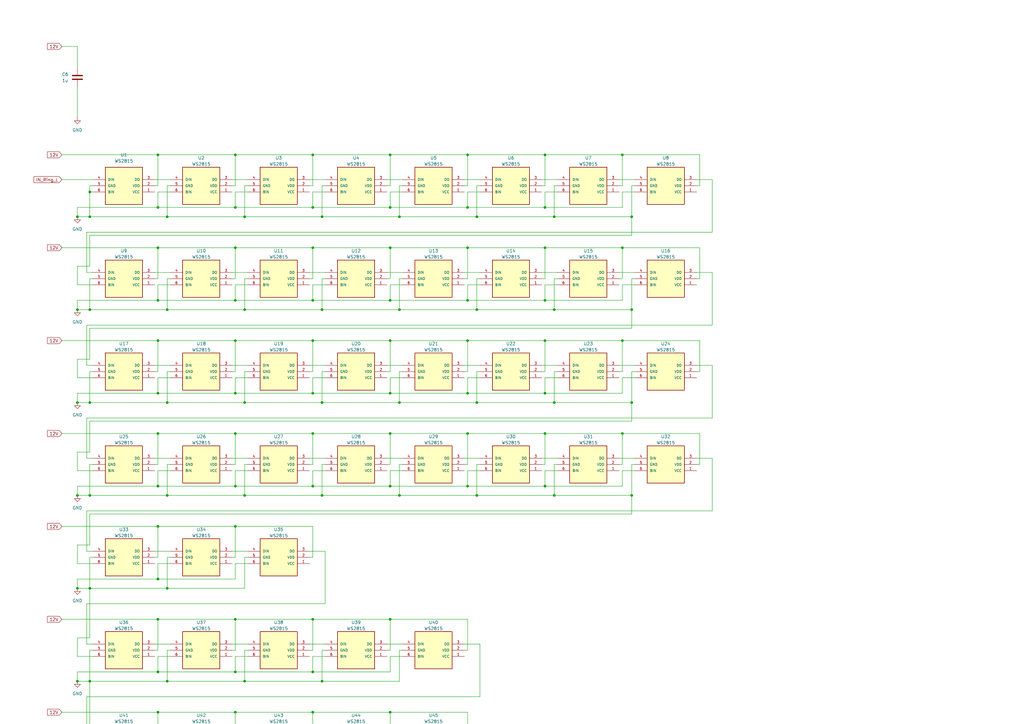
<source format=kicad_sch>
(kicad_sch (version 20250114) (generator "eeschema") (generator_version "9.0")
  (paper "A3")
  (title_block (title "Left Ring") (date "2025-11-11") (rev "1.0") (company "Salvatore La Bua"))
  (junction (at 31.75 203.2))
  (junction (at 163.83 203.2))
  (junction (at 64.77 313.69))
  (junction (at 64.77 139.7))
  (junction (at 96.52 313.69))
  (junction (at 255.27 177.8))
  (junction (at 68.58 317.5))
  (junction (at 96.52 123.19))
  (junction (at 259.08 127))
  (junction (at 96.52 139.7))
  (junction (at 100.33 317.5))
  (junction (at 68.58 241.3))
  (junction (at 160.02 63.5))
  (junction (at 96.52 254))
  (junction (at 36.83 78.74))
  (junction (at 64.77 237.49))
  (junction (at 160.02 254))
  (junction (at 68.58 127))
  (junction (at 255.27 139.7))
  (junction (at 160.02 139.7))
  (junction (at 163.83 165.1))
  (junction (at 96.52 177.8))
  (junction (at 31.75 241.3))
  (junction (at 31.75 317.5))
  (junction (at 100.33 127))
  (junction (at 223.52 161.29))
  (junction (at 36.83 317.5))
  (junction (at 191.77 177.8))
  (junction (at 223.52 63.5))
  (junction (at 128.27 63.5))
  (junction (at 96.52 85.09))
  (junction (at 128.27 85.09))
  (junction (at 96.52 63.5))
  (junction (at 195.58 88.9))
  (junction (at 31.75 165.1))
  (junction (at 259.08 88.9))
  (junction (at 163.83 88.9))
  (junction (at 64.77 161.29))
  (junction (at 163.83 127))
  (junction (at 195.58 127))
  (junction (at 227.33 203.2))
  (junction (at 191.77 85.09))
  (junction (at 259.08 203.2))
  (junction (at 36.83 241.3))
  (junction (at 68.58 279.4))
  (junction (at 128.27 161.29))
  (junction (at 255.27 101.6))
  (junction (at 100.33 88.9))
  (junction (at 195.58 165.1))
  (junction (at 128.27 313.69))
  (junction (at 191.77 63.5))
  (junction (at 132.08 165.1))
  (junction (at 160.02 177.8))
  (junction (at 128.27 275.59))
  (junction (at 68.58 203.2))
  (junction (at 68.58 88.9))
  (junction (at 223.52 123.19))
  (junction (at 96.52 275.59))
  (junction (at 227.33 165.1))
  (junction (at 223.52 101.6))
  (junction (at 259.08 165.1))
  (junction (at 128.27 139.7))
  (junction (at 191.77 139.7))
  (junction (at 64.77 177.8))
  (junction (at 191.77 161.29))
  (junction (at 195.58 203.2))
  (junction (at 191.77 123.19))
  (junction (at 64.77 199.39))
  (junction (at 31.75 279.4))
  (junction (at 64.77 215.9))
  (junction (at 36.83 165.1))
  (junction (at 160.02 161.29))
  (junction (at 96.52 292.1))
  (junction (at 96.52 101.6))
  (junction (at 128.27 177.8))
  (junction (at 100.33 165.1))
  (junction (at 223.52 139.7))
  (junction (at 68.58 165.1))
  (junction (at 64.77 123.19))
  (junction (at 96.52 161.29))
  (junction (at 64.77 275.59))
  (junction (at 64.77 85.09))
  (junction (at 227.33 127))
  (junction (at 132.08 317.5))
  (junction (at 255.27 63.5))
  (junction (at 227.33 88.9))
  (junction (at 128.27 254))
  (junction (at 96.52 199.39))
  (junction (at 160.02 85.09))
  (junction (at 128.27 123.19))
  (junction (at 160.02 123.19))
  (junction (at 128.27 101.6))
  (junction (at 128.27 292.1))
  (junction (at 31.75 127))
  (junction (at 64.77 254))
  (junction (at 132.08 127))
  (junction (at 223.52 199.39))
  (junction (at 191.77 199.39))
  (junction (at 223.52 177.8))
  (junction (at 160.02 101.6))
  (junction (at 36.83 203.2))
  (junction (at 191.77 101.6))
  (junction (at 96.52 215.9))
  (junction (at 64.77 292.1))
  (junction (at 160.02 292.1))
  (junction (at 100.33 203.2))
  (junction (at 223.52 85.09))
  (junction (at 36.83 279.4))
  (junction (at 160.02 199.39))
  (junction (at 64.77 101.6))
  (junction (at 128.27 199.39))
  (junction (at 64.77 63.5))
  (junction (at 132.08 279.4))
  (junction (at 132.08 88.9))
  (junction (at 36.83 88.9))
  (junction (at 100.33 279.4))
  (junction (at 31.75 88.9))
  (junction (at 132.08 203.2))
  (junction (at 36.83 127))
  (wire (pts (xy 195.58 165.1) (xy 227.33 165.1)))
  (wire (pts (xy 36.83 165.1) (xy 68.58 165.1)))
  (wire (pts (xy 96.52 304.8) (xy 96.52 292.1)))
  (wire (pts (xy 133.35 76.2) (xy 132.08 76.2)))
  (wire (pts (xy 227.33 152.4) (xy 227.33 165.1)))
  (wire (pts (xy 38.1 76.2) (xy 36.83 76.2)))
  (wire (pts (xy 190.5 152.4) (xy 191.77 152.4)))
  (wire (pts (xy 64.77 292.1) (xy 96.52 292.1)))
  (wire (pts (xy 64.77 85.09) (xy 64.77 78.74)))
  (wire (pts (xy 191.77 123.19) (xy 223.52 123.19)))
  (wire (pts (xy 255.27 78.74) (xy 260.35 78.74)))
  (wire (pts (xy 132.08 88.9) (xy 163.83 88.9)))
  (wire (pts (xy 223.52 63.5) (xy 255.27 63.5)))
  (wire (pts (xy 31.75 35.56) (xy 31.75 48.26)))
  (wire (pts (xy 100.33 203.2) (xy 132.08 203.2)))
  (wire (pts (xy 68.58 127) (xy 100.33 127)))
  (wire (pts (xy 64.77 199.39) (xy 96.52 199.39)))
  (wire (pts (xy 31.75 299.72) (xy 31.75 307.34)))
  (wire (pts (xy 38.1 152.4) (xy 36.83 152.4)))
  (wire (pts (xy 35.56 264.16) (xy 35.56 247.65)))
  (wire (pts (xy 255.27 199.39) (xy 255.27 193.04)))
  (wire (pts (xy 96.52 63.5) (xy 128.27 63.5)))
  (wire (pts (xy 160.02 161.29) (xy 191.77 161.29)))
  (wire (pts (xy 160.02 304.8) (xy 160.02 292.1)))
  (wire (pts (xy 227.33 127) (xy 259.08 127)))
  (wire (pts (xy 31.75 199.39) (xy 31.75 203.2)))
  (wire (pts (xy 158.75 76.2) (xy 160.02 76.2)))
  (wire (pts (xy 222.25 76.2) (xy 223.52 76.2)))
  (wire (pts (xy 223.52 78.74) (xy 228.6 78.74)))
  (wire (pts (xy 64.77 76.2) (xy 64.77 63.5)))
  (wire (pts (xy 292.1 149.86) (xy 285.75 149.86)))
  (wire (pts (xy 191.77 190.5) (xy 191.77 177.8)))
  (wire (pts (xy 31.75 161.29) (xy 64.77 161.29)))
  (wire (pts (xy 259.08 114.3) (xy 260.35 114.3)))
  (wire (pts (xy 223.52 199.39) (xy 255.27 199.39)))
  (wire (pts (xy 160.02 266.7) (xy 160.02 254)))
  (wire (pts (xy 95.25 187.96) (xy 101.6 187.96)))
  (wire (pts (xy 63.5 111.76) (xy 69.85 111.76)))
  (wire (pts (xy 31.75 237.49) (xy 64.77 237.49)))
  (wire (pts (xy 165.1 114.3) (xy 163.83 114.3)))
  (wire (pts (xy 36.83 152.4) (xy 36.83 165.1)))
  (wire (pts (xy 132.08 203.2) (xy 163.83 203.2)))
  (wire (pts (xy 31.75 85.09) (xy 31.75 88.9)))
  (wire (pts (xy 35.56 226.06) (xy 35.56 209.55)))
  (wire (pts (xy 254 149.86) (xy 260.35 149.86)))
  (wire (pts (xy 100.33 88.9) (xy 132.08 88.9)))
  (wire (pts (xy 128.27 161.29) (xy 160.02 161.29)))
  (wire (pts (xy 222.25 187.96) (xy 228.6 187.96)))
  (wire (pts (xy 25.4 292.1) (xy 64.77 292.1)))
  (wire (pts (xy 190.5 73.66) (xy 196.85 73.66)))
  (wire (pts (xy 128.27 85.09) (xy 128.27 78.74)))
  (wire (pts (xy 128.27 101.6) (xy 160.02 101.6)))
  (wire (pts (xy 287.02 76.2) (xy 285.75 76.2)))
  (wire (pts (xy 64.77 154.94) (xy 69.85 154.94)))
  (wire (pts (xy 96.52 85.09) (xy 96.52 78.74)))
  (wire (pts (xy 64.77 215.9) (xy 96.52 215.9)))
  (wire (pts (xy 160.02 123.19) (xy 160.02 116.84)))
  (wire (pts (xy 69.85 190.5) (xy 68.58 190.5)))
  (wire (pts (xy 228.6 152.4) (xy 227.33 152.4)))
  (wire (pts (xy 191.77 139.7) (xy 223.52 139.7)))
  (wire (pts (xy 31.75 123.19) (xy 64.77 123.19)))
  (wire (pts (xy 64.77 266.7) (xy 64.77 254)))
  (wire (pts (xy 127 187.96) (xy 133.35 187.96)))
  (wire (pts (xy 101.6 304.8) (xy 100.33 304.8)))
  (wire (pts (xy 35.56 285.75) (xy 196.85 285.75)))
  (wire (pts (xy 31.75 269.24) (xy 38.1 269.24)))
  (wire (pts (xy 96.52 313.69) (xy 128.27 313.69)))
  (wire (pts (xy 64.77 177.8) (xy 96.52 177.8)))
  (wire (pts (xy 100.33 266.7) (xy 100.33 279.4)))
  (wire (pts (xy 25.4 139.7) (xy 64.77 139.7)))
  (wire (pts (xy 68.58 317.5) (xy 100.33 317.5)))
  (wire (pts (xy 95.25 302.26) (xy 101.6 302.26)))
  (wire (pts (xy 35.56 95.25) (xy 292.1 95.25)))
  (wire (pts (xy 127 190.5) (xy 128.27 190.5)))
  (wire (pts (xy 31.75 199.39) (xy 64.77 199.39)))
  (wire (pts (xy 36.83 304.8) (xy 36.83 317.5)))
  (wire (pts (xy 64.77 116.84) (xy 69.85 116.84)))
  (wire (pts (xy 190.5 114.3) (xy 191.77 114.3)))
  (wire (pts (xy 128.27 304.8) (xy 128.27 292.1)))
  (wire (pts (xy 190.5 187.96) (xy 196.85 187.96)))
  (wire (pts (xy 133.35 190.5) (xy 132.08 190.5)))
  (wire (pts (xy 35.56 187.96) (xy 35.56 171.45)))
  (wire (pts (xy 68.58 304.8) (xy 68.58 317.5)))
  (wire (pts (xy 190.5 266.7) (xy 191.77 266.7)))
  (wire (pts (xy 63.5 266.7) (xy 64.77 266.7)))
  (wire (pts (xy 128.27 275.59) (xy 128.27 269.24)))
  (wire (pts (xy 31.75 88.9) (xy 36.83 88.9)))
  (wire (pts (xy 227.33 190.5) (xy 227.33 203.2)))
  (wire (pts (xy 68.58 76.2) (xy 68.58 88.9)))
  (wire (pts (xy 101.6 266.7) (xy 100.33 266.7)))
  (wire (pts (xy 160.02 85.09) (xy 160.02 78.74)))
  (wire (pts (xy 31.75 123.19) (xy 31.75 127)))
  (wire (pts (xy 163.83 114.3) (xy 163.83 127)))
  (wire (pts (xy 96.52 114.3) (xy 96.52 101.6)))
  (wire (pts (xy 96.52 199.39) (xy 96.52 193.04)))
  (wire (pts (xy 195.58 152.4) (xy 195.58 165.1)))
  (wire (pts (xy 95.25 304.8) (xy 96.52 304.8)))
  (wire (pts (xy 259.08 203.2) (xy 259.08 190.5)))
  (wire (pts (xy 63.5 114.3) (xy 64.77 114.3)))
  (wire (pts (xy 64.77 63.5) (xy 96.52 63.5)))
  (wire (pts (xy 100.33 317.5) (xy 132.08 317.5)))
  (wire (pts (xy 96.52 190.5) (xy 96.52 177.8)))
  (wire (pts (xy 63.5 190.5) (xy 64.77 190.5)))
  (wire (pts (xy 255.27 139.7) (xy 287.02 139.7)))
  (wire (pts (xy 69.85 266.7) (xy 68.58 266.7)))
  (wire (pts (xy 31.75 231.14) (xy 38.1 231.14)))
  (wire (pts (xy 160.02 139.7) (xy 191.77 139.7)))
  (wire (pts (xy 195.58 114.3) (xy 195.58 127)))
  (wire (pts (xy 287.02 190.5) (xy 285.75 190.5)))
  (wire (pts (xy 132.08 304.8) (xy 132.08 317.5)))
  (wire (pts (xy 64.77 237.49) (xy 64.77 231.14)))
  (wire (pts (xy 163.83 304.8) (xy 163.83 317.5)))
  (wire (pts (xy 64.77 114.3) (xy 64.77 101.6)))
  (wire (pts (xy 25.4 215.9) (xy 64.77 215.9)))
  (wire (pts (xy 223.52 177.8) (xy 255.27 177.8)))
  (wire (pts (xy 64.77 228.6) (xy 64.77 215.9)))
  (wire (pts (xy 227.33 203.2) (xy 259.08 203.2)))
  (wire (pts (xy 158.75 152.4) (xy 160.02 152.4)))
  (wire (pts (xy 292.1 171.45) (xy 292.1 149.86)))
  (wire (pts (xy 38.1 190.5) (xy 36.83 190.5)))
  (wire (pts (xy 64.77 190.5) (xy 64.77 177.8)))
  (wire (pts (xy 64.77 313.69) (xy 64.77 307.34)))
  (wire (pts (xy 191.77 123.19) (xy 191.77 116.84)))
  (wire (pts (xy 101.6 190.5) (xy 100.33 190.5)))
  (wire (pts (xy 64.77 139.7) (xy 96.52 139.7)))
  (wire (pts (xy 128.27 228.6) (xy 128.27 215.9)))
  (wire (pts (xy 36.83 78.74) (xy 38.1 78.74)))
  (wire (pts (xy 95.25 76.2) (xy 96.52 76.2)))
  (wire (pts (xy 255.27 123.19) (xy 255.27 116.84)))
  (wire (pts (xy 163.83 152.4) (xy 163.83 165.1)))
  (wire (pts (xy 255.27 193.04) (xy 260.35 193.04)))
  (wire (pts (xy 287.02 63.5) (xy 287.02 76.2)))
  (wire (pts (xy 96.52 269.24) (xy 101.6 269.24)))
  (wire (pts (xy 36.83 279.4) (xy 36.83 299.72)))
  (wire (pts (xy 36.83 317.5) (xy 68.58 317.5)))
  (wire (pts (xy 64.77 123.19) (xy 64.77 116.84)))
  (wire (pts (xy 190.5 304.8) (xy 191.77 304.8)))
  (wire (pts (xy 96.52 237.49) (xy 96.52 231.14)))
  (wire (pts (xy 63.5 226.06) (xy 69.85 226.06)))
  (wire (pts (xy 223.52 114.3) (xy 223.52 101.6)))
  (wire (pts (xy 96.52 76.2) (xy 96.52 63.5)))
  (wire (pts (xy 191.77 63.5) (xy 223.52 63.5)))
  (wire (pts (xy 158.75 190.5) (xy 160.02 190.5)))
  (wire (pts (xy 287.02 177.8) (xy 287.02 190.5)))
  (wire (pts (xy 31.75 241.3) (xy 36.83 241.3)))
  (wire (pts (xy 190.5 76.2) (xy 191.77 76.2)))
  (wire (pts (xy 127 228.6) (xy 128.27 228.6)))
  (wire (pts (xy 69.85 114.3) (xy 68.58 114.3)))
  (wire (pts (xy 128.27 139.7) (xy 160.02 139.7)))
  (wire (pts (xy 96.52 307.34) (xy 101.6 307.34)))
  (wire (pts (xy 64.77 275.59) (xy 64.77 269.24)))
  (wire (pts (xy 31.75 116.84) (xy 38.1 116.84)))
  (wire (pts (xy 100.33 279.4) (xy 132.08 279.4)))
  (wire (pts (xy 31.75 237.49) (xy 31.75 241.3)))
  (wire (pts (xy 127 302.26) (xy 133.35 302.26)))
  (wire (pts (xy 292.1 111.76) (xy 285.75 111.76)))
  (wire (pts (xy 36.83 241.3) (xy 36.83 261.62)))
  (wire (pts (xy 160.02 313.69) (xy 160.02 307.34)))
  (wire (pts (xy 163.83 165.1) (xy 195.58 165.1)))
  (wire (pts (xy 163.83 203.2) (xy 195.58 203.2)))
  (wire (pts (xy 287.02 114.3) (xy 285.75 114.3)))
  (wire (pts (xy 195.58 88.9) (xy 227.33 88.9)))
  (wire (pts (xy 158.75 111.76) (xy 165.1 111.76)))
  (wire (pts (xy 63.5 302.26) (xy 69.85 302.26)))
  (wire (pts (xy 132.08 279.4) (xy 163.83 279.4)))
  (wire (pts (xy 191.77 152.4) (xy 191.77 139.7)))
  (wire (pts (xy 68.58 266.7) (xy 68.58 279.4)))
  (wire (pts (xy 255.27 116.84) (xy 260.35 116.84)))
  (wire (pts (xy 31.75 127) (xy 36.83 127)))
  (wire (pts (xy 223.52 199.39) (xy 223.52 193.04)))
  (wire (pts (xy 64.77 152.4) (xy 64.77 139.7)))
  (wire (pts (xy 31.75 161.29) (xy 31.75 165.1)))
  (wire (pts (xy 196.85 76.2) (xy 195.58 76.2)))
  (wire (pts (xy 95.25 149.86) (xy 101.6 149.86)))
  (wire (pts (xy 128.27 266.7) (xy 128.27 254)))
  (wire (pts (xy 259.08 152.4) (xy 260.35 152.4)))
  (wire (pts (xy 36.83 261.62) (xy 31.75 261.62)))
  (wire (pts (xy 36.83 241.3) (xy 68.58 241.3)))
  (wire (pts (xy 259.08 190.5) (xy 260.35 190.5)))
  (wire (pts (xy 31.75 261.62) (xy 31.75 269.24)))
  (wire (pts (xy 68.58 88.9) (xy 100.33 88.9)))
  (wire (pts (xy 227.33 76.2) (xy 227.33 88.9)))
  (wire (pts (xy 64.77 199.39) (xy 64.77 193.04)))
  (wire (pts (xy 128.27 307.34) (xy 133.35 307.34)))
  (wire (pts (xy 36.83 210.82) (xy 36.83 223.52)))
  (wire (pts (xy 223.52 154.94) (xy 228.6 154.94)))
  (wire (pts (xy 63.5 304.8) (xy 64.77 304.8)))
  (wire (pts (xy 128.27 116.84) (xy 133.35 116.84)))
  (wire (pts (xy 158.75 114.3) (xy 160.02 114.3)))
  (wire (pts (xy 222.25 190.5) (xy 223.52 190.5)))
  (wire (pts (xy 222.25 149.86) (xy 228.6 149.86)))
  (wire (pts (xy 223.52 101.6) (xy 255.27 101.6)))
  (wire (pts (xy 255.27 152.4) (xy 255.27 139.7)))
  (wire (pts (xy 36.83 203.2) (xy 68.58 203.2)))
  (wire (pts (xy 36.83 223.52) (xy 31.75 223.52)))
  (wire (pts (xy 292.1 133.35) (xy 292.1 111.76)))
  (wire (pts (xy 64.77 123.19) (xy 96.52 123.19)))
  (wire (pts (xy 292.1 73.66) (xy 285.75 73.66)))
  (wire (pts (xy 31.75 275.59) (xy 64.77 275.59)))
  (wire (pts (xy 25.4 73.66) (xy 38.1 73.66)))
  (wire (pts (xy 95.25 266.7) (xy 96.52 266.7)))
  (wire (pts (xy 223.52 85.09) (xy 255.27 85.09)))
  (wire (pts (xy 160.02 275.59) (xy 160.02 269.24)))
  (wire (pts (xy 223.52 123.19) (xy 223.52 116.84)))
  (wire (pts (xy 254 152.4) (xy 255.27 152.4)))
  (wire (pts (xy 68.58 165.1) (xy 100.33 165.1)))
  (wire (pts (xy 292.1 95.25) (xy 292.1 73.66)))
  (wire (pts (xy 31.75 317.5) (xy 36.83 317.5)))
  (wire (pts (xy 69.85 152.4) (xy 68.58 152.4)))
  (wire (pts (xy 227.33 114.3) (xy 227.33 127)))
  (wire (pts (xy 31.75 275.59) (xy 31.75 279.4)))
  (wire (pts (xy 255.27 85.09) (xy 255.27 78.74)))
  (wire (pts (xy 160.02 85.09) (xy 191.77 85.09)))
  (wire (pts (xy 64.77 275.59) (xy 96.52 275.59)))
  (wire (pts (xy 163.83 127) (xy 195.58 127)))
  (wire (pts (xy 128.27 123.19) (xy 128.27 116.84)))
  (wire (pts (xy 96.52 154.94) (xy 101.6 154.94)))
  (wire (pts (xy 191.77 266.7) (xy 191.77 254)))
  (wire (pts (xy 132.08 190.5) (xy 132.08 203.2)))
  (wire (pts (xy 35.56 226.06) (xy 38.1 226.06)))
  (wire (pts (xy 190.5 302.26) (xy 203.2 302.26)))
  (wire (pts (xy 31.75 193.04) (xy 38.1 193.04)))
  (wire (pts (xy 259.08 172.72) (xy 259.08 165.1)))
  (wire (pts (xy 255.27 76.2) (xy 255.27 63.5)))
  (wire (pts (xy 128.27 78.74) (xy 133.35 78.74)))
  (wire (pts (xy 63.5 264.16) (xy 69.85 264.16)))
  (wire (pts (xy 190.5 149.86) (xy 196.85 149.86)))
  (wire (pts (xy 158.75 302.26) (xy 165.1 302.26)))
  (wire (pts (xy 223.52 193.04) (xy 228.6 193.04)))
  (wire (pts (xy 132.08 266.7) (xy 132.08 279.4)))
  (wire (pts (xy 132.08 127) (xy 163.83 127)))
  (wire (pts (xy 254 190.5) (xy 255.27 190.5)))
  (wire (pts (xy 96.52 161.29) (xy 128.27 161.29)))
  (wire (pts (xy 128.27 63.5) (xy 160.02 63.5)))
  (wire (pts (xy 160.02 101.6) (xy 191.77 101.6)))
  (wire (pts (xy 64.77 313.69) (xy 96.52 313.69)))
  (wire (pts (xy 35.56 111.76) (xy 38.1 111.76)))
  (wire (pts (xy 95.25 228.6) (xy 96.52 228.6)))
  (wire (pts (xy 31.75 203.2) (xy 36.83 203.2)))
  (wire (pts (xy 36.83 266.7) (xy 36.83 279.4)))
  (wire (pts (xy 259.08 76.2) (xy 260.35 76.2)))
  (wire (pts (xy 228.6 114.3) (xy 227.33 114.3)))
  (wire (pts (xy 25.4 177.8) (xy 64.77 177.8)))
  (wire (pts (xy 191.77 304.8) (xy 191.77 292.1)))
  (wire (pts (xy 195.58 203.2) (xy 227.33 203.2)))
  (wire (pts (xy 190.5 190.5) (xy 191.77 190.5)))
  (wire (pts (xy 31.75 109.22) (xy 31.75 116.84)))
  (wire (pts (xy 64.77 193.04) (xy 69.85 193.04)))
  (wire (pts (xy 36.83 190.5) (xy 36.83 203.2)))
  (wire (pts (xy 191.77 114.3) (xy 191.77 101.6)))
  (wire (pts (xy 254 114.3) (xy 255.27 114.3)))
  (wire (pts (xy 36.83 88.9) (xy 68.58 88.9)))
  (wire (pts (xy 96.52 152.4) (xy 96.52 139.7)))
  (wire (pts (xy 36.83 147.32) (xy 31.75 147.32)))
  (wire (pts (xy 160.02 190.5) (xy 160.02 177.8)))
  (wire (pts (xy 31.75 313.69) (xy 31.75 317.5)))
  (wire (pts (xy 96.52 313.69) (xy 96.52 307.34)))
  (wire (pts (xy 163.83 190.5) (xy 163.83 203.2)))
  (wire (pts (xy 95.25 114.3) (xy 96.52 114.3)))
  (wire (pts (xy 36.83 78.74) (xy 36.83 88.9)))
  (wire (pts (xy 35.56 302.26) (xy 38.1 302.26)))
  (wire (pts (xy 191.77 161.29) (xy 191.77 154.94)))
  (wire (pts (xy 165.1 266.7) (xy 163.83 266.7)))
  (wire (pts (xy 132.08 152.4) (xy 132.08 165.1)))
  (wire (pts (xy 95.25 73.66) (xy 101.6 73.66)))
  (wire (pts (xy 128.27 193.04) (xy 133.35 193.04)))
  (wire (pts (xy 128.27 177.8) (xy 160.02 177.8)))
  (wire (pts (xy 36.83 134.62) (xy 259.08 134.62)))
  (wire (pts (xy 158.75 264.16) (xy 165.1 264.16)))
  (wire (pts (xy 255.27 101.6) (xy 287.02 101.6)))
  (wire (pts (xy 35.56 171.45) (xy 292.1 171.45)))
  (wire (pts (xy 160.02 154.94) (xy 165.1 154.94)))
  (wire (pts (xy 63.5 152.4) (xy 64.77 152.4)))
  (wire (pts (xy 160.02 269.24) (xy 165.1 269.24)))
  (wire (pts (xy 160.02 78.74) (xy 165.1 78.74)))
  (wire (pts (xy 96.52 101.6) (xy 128.27 101.6)))
  (wire (pts (xy 160.02 199.39) (xy 160.02 193.04)))
  (wire (pts (xy 64.77 161.29) (xy 64.77 154.94)))
  (wire (pts (xy 133.35 247.65) (xy 35.56 247.65)))
  (wire (pts (xy 38.1 114.3) (xy 36.83 114.3)))
  (wire (pts (xy 160.02 114.3) (xy 160.02 101.6)))
  (wire (pts (xy 191.77 177.8) (xy 223.52 177.8)))
  (wire (pts (xy 69.85 228.6) (xy 68.58 228.6)))
  (wire (pts (xy 31.75 307.34) (xy 38.1 307.34)))
  (wire (pts (xy 36.83 228.6) (xy 36.83 241.3)))
  (wire (pts (xy 128.27 275.59) (xy 160.02 275.59)))
  (wire (pts (xy 259.08 127) (xy 259.08 114.3)))
  (wire (pts (xy 132.08 317.5) (xy 163.83 317.5)))
  (wire (pts (xy 128.27 313.69) (xy 160.02 313.69)))
  (wire (pts (xy 196.85 190.5) (xy 195.58 190.5)))
  (wire (pts (xy 36.83 134.62) (xy 36.83 147.32)))
  (wire (pts (xy 36.83 109.22) (xy 31.75 109.22)))
  (wire (pts (xy 127 73.66) (xy 133.35 73.66)))
  (wire (pts (xy 100.33 152.4) (xy 100.33 165.1)))
  (wire (pts (xy 100.33 165.1) (xy 132.08 165.1)))
  (wire (pts (xy 38.1 266.7) (xy 36.83 266.7)))
  (wire (pts (xy 100.33 114.3) (xy 100.33 127)))
  (wire (pts (xy 128.27 313.69) (xy 128.27 307.34)))
  (wire (pts (xy 127 152.4) (xy 128.27 152.4)))
  (wire (pts (xy 96.52 116.84) (xy 101.6 116.84)))
  (wire (pts (xy 160.02 177.8) (xy 191.77 177.8)))
  (wire (pts (xy 96.52 254) (xy 128.27 254)))
  (wire (pts (xy 255.27 154.94) (xy 260.35 154.94)))
  (wire (pts (xy 127 114.3) (xy 128.27 114.3)))
  (wire (pts (xy 222.25 152.4) (xy 223.52 152.4)))
  (wire (pts (xy 259.08 88.9) (xy 259.08 76.2)))
  (wire (pts (xy 128.27 199.39) (xy 128.27 193.04)))
  (wire (pts (xy 68.58 279.4) (xy 100.33 279.4)))
  (wire (pts (xy 128.27 190.5) (xy 128.27 177.8)))
  (wire (pts (xy 64.77 269.24) (xy 69.85 269.24)))
  (wire (pts (xy 36.83 172.72) (xy 36.83 185.42)))
  (wire (pts (xy 127 226.06) (xy 133.35 226.06)))
  (wire (pts (xy 64.77 231.14) (xy 69.85 231.14)))
  (wire (pts (xy 160.02 123.19) (xy 191.77 123.19)))
  (wire (pts (xy 292.1 187.96) (xy 285.75 187.96)))
  (wire (pts (xy 96.52 199.39) (xy 128.27 199.39)))
  (wire (pts (xy 133.35 114.3) (xy 132.08 114.3)))
  (wire (pts (xy 255.27 161.29) (xy 255.27 154.94)))
  (wire (pts (xy 64.77 161.29) (xy 96.52 161.29)))
  (wire (pts (xy 64.77 85.09) (xy 96.52 85.09)))
  (wire (pts (xy 96.52 177.8) (xy 128.27 177.8)))
  (wire (pts (xy 68.58 114.3) (xy 68.58 127)))
  (wire (pts (xy 223.52 139.7) (xy 255.27 139.7)))
  (wire (pts (xy 128.27 154.94) (xy 133.35 154.94)))
  (wire (pts (xy 31.75 279.4) (xy 36.83 279.4)))
  (wire (pts (xy 127 111.76) (xy 133.35 111.76)))
  (wire (pts (xy 95.25 190.5) (xy 96.52 190.5)))
  (wire (pts (xy 31.75 19.05) (xy 31.75 27.94)))
  (wire (pts (xy 223.52 152.4) (xy 223.52 139.7)))
  (wire (pts (xy 228.6 190.5) (xy 227.33 190.5)))
  (wire (pts (xy 100.33 190.5) (xy 100.33 203.2)))
  (wire (pts (xy 96.52 85.09) (xy 128.27 85.09)))
  (wire (pts (xy 165.1 304.8) (xy 163.83 304.8)))
  (wire (pts (xy 190.5 111.76) (xy 196.85 111.76)))
  (wire (pts (xy 96.52 215.9) (xy 128.27 215.9)))
  (wire (pts (xy 36.83 96.52) (xy 259.08 96.52)))
  (wire (pts (xy 31.75 154.94) (xy 38.1 154.94)))
  (wire (pts (xy 100.33 127) (xy 132.08 127)))
  (wire (pts (xy 255.27 190.5) (xy 255.27 177.8)))
  (wire (pts (xy 165.1 190.5) (xy 163.83 190.5)))
  (wire (pts (xy 127 149.86) (xy 133.35 149.86)))
  (wire (pts (xy 195.58 190.5) (xy 195.58 203.2)))
  (wire (pts (xy 96.52 193.04) (xy 101.6 193.04)))
  (wire (pts (xy 158.75 266.7) (xy 160.02 266.7)))
  (wire (pts (xy 292.1 209.55) (xy 292.1 187.96)))
  (wire (pts (xy 95.25 111.76) (xy 101.6 111.76)))
  (wire (pts (xy 64.77 307.34) (xy 69.85 307.34)))
  (wire (pts (xy 133.35 304.8) (xy 132.08 304.8)))
  (wire (pts (xy 133.35 152.4) (xy 132.08 152.4)))
  (wire (pts (xy 35.56 149.86) (xy 35.56 133.35)))
  (wire (pts (xy 191.77 199.39) (xy 223.52 199.39)))
  (wire (pts (xy 163.83 88.9) (xy 195.58 88.9)))
  (wire (pts (xy 254 187.96) (xy 260.35 187.96)))
  (wire (pts (xy 64.77 304.8) (xy 64.77 292.1)))
  (wire (pts (xy 191.77 78.74) (xy 196.85 78.74)))
  (wire (pts (xy 68.58 190.5) (xy 68.58 203.2)))
  (wire (pts (xy 96.52 275.59) (xy 96.52 269.24)))
  (wire (pts (xy 254 73.66) (xy 260.35 73.66)))
  (wire (pts (xy 128.27 254) (xy 160.02 254)))
  (wire (pts (xy 96.52 231.14) (xy 101.6 231.14)))
  (wire (pts (xy 64.77 237.49) (xy 96.52 237.49)))
  (wire (pts (xy 69.85 304.8) (xy 68.58 304.8)))
  (wire (pts (xy 38.1 228.6) (xy 36.83 228.6)))
  (wire (pts (xy 165.1 76.2) (xy 163.83 76.2)))
  (wire (pts (xy 160.02 152.4) (xy 160.02 139.7)))
  (wire (pts (xy 163.83 76.2) (xy 163.83 88.9)))
  (wire (pts (xy 63.5 149.86) (xy 69.85 149.86)))
  (wire (pts (xy 160.02 116.84) (xy 165.1 116.84)))
  (wire (pts (xy 64.77 101.6) (xy 96.52 101.6)))
  (wire (pts (xy 158.75 73.66) (xy 165.1 73.66)))
  (wire (pts (xy 222.25 111.76) (xy 228.6 111.76)))
  (wire (pts (xy 36.83 172.72) (xy 259.08 172.72)))
  (wire (pts (xy 128.27 199.39) (xy 160.02 199.39)))
  (wire (pts (xy 223.52 85.09) (xy 223.52 78.74)))
  (wire (pts (xy 165.1 152.4) (xy 163.83 152.4)))
  (wire (pts (xy 196.85 264.16) (xy 190.5 264.16)))
  (wire (pts (xy 35.56 111.76) (xy 35.56 95.25)))
  (wire (pts (xy 69.85 76.2) (xy 68.58 76.2)))
  (wire (pts (xy 222.25 73.66) (xy 228.6 73.66)))
  (wire (pts (xy 36.83 279.4) (xy 68.58 279.4)))
  (wire (pts (xy 160.02 292.1) (xy 191.77 292.1)))
  (wire (pts (xy 259.08 165.1) (xy 259.08 152.4)))
  (wire (pts (xy 31.75 85.09) (xy 64.77 85.09)))
  (wire (pts (xy 35.56 302.26) (xy 35.56 285.75)))
  (wire (pts (xy 191.77 154.94) (xy 196.85 154.94)))
  (wire (pts (xy 227.33 88.9) (xy 259.08 88.9)))
  (wire (pts (xy 36.83 114.3) (xy 36.83 127)))
  (wire (pts (xy 36.83 127) (xy 68.58 127)))
  (wire (pts (xy 133.35 226.06) (xy 133.35 247.65)))
  (wire (pts (xy 259.08 210.82) (xy 259.08 203.2)))
  (wire (pts (xy 68.58 203.2) (xy 100.33 203.2)))
  (wire (pts (xy 63.5 76.2) (xy 64.77 76.2)))
  (wire (pts (xy 64.77 78.74) (xy 69.85 78.74)))
  (wire (pts (xy 96.52 292.1) (xy 128.27 292.1)))
  (wire (pts (xy 222.25 114.3) (xy 223.52 114.3)))
  (wire (pts (xy 132.08 165.1) (xy 163.83 165.1)))
  (wire (pts (xy 31.75 165.1) (xy 36.83 165.1)))
  (wire (pts (xy 128.27 76.2) (xy 128.27 63.5)))
  (wire (pts (xy 31.75 223.52) (xy 31.75 231.14)))
  (wire (pts (xy 223.52 116.84) (xy 228.6 116.84)))
  (wire (pts (xy 128.27 85.09) (xy 160.02 85.09)))
  (wire (pts (xy 196.85 285.75) (xy 196.85 264.16)))
  (wire (pts (xy 259.08 96.52) (xy 259.08 88.9)))
  (wire (pts (xy 163.83 266.7) (xy 163.83 279.4)))
  (wire (pts (xy 227.33 165.1) (xy 259.08 165.1)))
  (wire (pts (xy 35.56 149.86) (xy 38.1 149.86)))
  (wire (pts (xy 191.77 85.09) (xy 223.52 85.09)))
  (wire (pts (xy 127 76.2) (xy 128.27 76.2)))
  (wire (pts (xy 100.33 228.6) (xy 100.33 241.3)))
  (wire (pts (xy 96.52 123.19) (xy 96.52 116.84)))
  (wire (pts (xy 195.58 127) (xy 227.33 127)))
  (wire (pts (xy 63.5 187.96) (xy 69.85 187.96)))
  (wire (pts (xy 96.52 228.6) (xy 96.52 215.9)))
  (wire (pts (xy 160.02 307.34) (xy 165.1 307.34)))
  (wire (pts (xy 160.02 254) (xy 191.77 254)))
  (wire (pts (xy 158.75 304.8) (xy 160.02 304.8)))
  (wire (pts (xy 95.25 226.06) (xy 101.6 226.06)))
  (wire (pts (xy 128.27 114.3) (xy 128.27 101.6)))
  (wire (pts (xy 95.25 152.4) (xy 96.52 152.4)))
  (wire (pts (xy 35.56 264.16) (xy 38.1 264.16)))
  (wire (pts (xy 128.27 152.4) (xy 128.27 139.7)))
  (wire (pts (xy 68.58 152.4) (xy 68.58 165.1)))
  (wire (pts (xy 254 76.2) (xy 255.27 76.2)))
  (wire (pts (xy 287.02 101.6) (xy 287.02 114.3)))
  (wire (pts (xy 100.33 304.8) (xy 100.33 317.5)))
  (wire (pts (xy 36.83 210.82) (xy 259.08 210.82)))
  (wire (pts (xy 160.02 161.29) (xy 160.02 154.94)))
  (wire (pts (xy 100.33 76.2) (xy 100.33 88.9)))
  (wire (pts (xy 191.77 193.04) (xy 196.85 193.04)))
  (wire (pts (xy 128.27 269.24) (xy 133.35 269.24)))
  (wire (pts (xy 287.02 139.7) (xy 287.02 152.4)))
  (wire (pts (xy 36.83 299.72) (xy 31.75 299.72)))
  (wire (pts (xy 127 266.7) (xy 128.27 266.7)))
  (wire (pts (xy 191.77 76.2) (xy 191.77 63.5)))
  (wire (pts (xy 223.52 190.5) (xy 223.52 177.8)))
  (wire (pts (xy 223.52 76.2) (xy 223.52 63.5)))
  (wire (pts (xy 255.27 177.8) (xy 287.02 177.8)))
  (wire (pts (xy 31.75 147.32) (xy 31.75 154.94)))
  (wire (pts (xy 191.77 85.09) (xy 191.77 78.74)))
  (wire (pts (xy 223.52 161.29) (xy 255.27 161.29)))
  (wire (pts (xy 128.27 161.29) (xy 128.27 154.94)))
  (wire (pts (xy 96.52 275.59) (xy 128.27 275.59)))
  (wire (pts (xy 259.08 134.62) (xy 259.08 127)))
  (wire (pts (xy 25.4 254) (xy 64.77 254)))
  (wire (pts (xy 158.75 149.86) (xy 165.1 149.86)))
  (wire (pts (xy 127 304.8) (xy 128.27 304.8)))
  (wire (pts (xy 132.08 76.2) (xy 132.08 88.9)))
  (wire (pts (xy 223.52 123.19) (xy 255.27 123.19)))
  (wire (pts (xy 160.02 199.39) (xy 191.77 199.39)))
  (wire (pts (xy 31.75 313.69) (xy 64.77 313.69)))
  (wire (pts (xy 63.5 73.66) (xy 69.85 73.66)))
  (wire (pts (xy 128.27 123.19) (xy 160.02 123.19)))
  (wire (pts (xy 191.77 199.39) (xy 191.77 193.04)))
  (wire (pts (xy 196.85 152.4) (xy 195.58 152.4)))
  (wire (pts (xy 223.52 161.29) (xy 223.52 154.94)))
  (wire (pts (xy 160.02 76.2) (xy 160.02 63.5)))
  (wire (pts (xy 96.52 266.7) (xy 96.52 254)))
  (wire (pts (xy 101.6 114.3) (xy 100.33 114.3)))
  (wire (pts (xy 25.4 19.05) (xy 31.75 19.05)))
  (wire (pts (xy 133.35 266.7) (xy 132.08 266.7)))
  (wire (pts (xy 96.52 139.7) (xy 128.27 139.7)))
  (wire (pts (xy 255.27 114.3) (xy 255.27 101.6)))
  (wire (pts (xy 35.56 133.35) (xy 292.1 133.35)))
  (wire (pts (xy 95.25 264.16) (xy 101.6 264.16)))
  (wire (pts (xy 25.4 101.6) (xy 64.77 101.6)))
  (wire (pts (xy 160.02 63.5) (xy 191.77 63.5)))
  (wire (pts (xy 35.56 187.96) (xy 38.1 187.96)))
  (wire (pts (xy 101.6 228.6) (xy 100.33 228.6)))
  (wire (pts (xy 254 111.76) (xy 260.35 111.76)))
  (wire (pts (xy 63.5 228.6) (xy 64.77 228.6)))
  (wire (pts (xy 36.83 76.2) (xy 36.83 78.74)))
  (wire (pts (xy 191.77 116.84) (xy 196.85 116.84)))
  (wire (pts (xy 191.77 161.29) (xy 223.52 161.29)))
  (wire (pts (xy 158.75 187.96) (xy 165.1 187.96)))
  (wire (pts (xy 25.4 63.5) (xy 64.77 63.5)))
  (wire (pts (xy 38.1 304.8) (xy 36.83 304.8)))
  (wire (pts (xy 195.58 76.2) (xy 195.58 88.9)))
  (wire (pts (xy 36.83 96.52) (xy 36.83 109.22)))
  (wire (pts (xy 255.27 63.5) (xy 287.02 63.5)))
  (wire (pts (xy 68.58 241.3) (xy 100.33 241.3)))
  (wire (pts (xy 31.75 185.42) (xy 31.75 193.04)))
  (wire (pts (xy 68.58 228.6) (xy 68.58 241.3)))
  (wire (pts (xy 101.6 152.4) (xy 100.33 152.4)))
  (wire (pts (xy 228.6 76.2) (xy 227.33 76.2)))
  (wire (pts (xy 36.83 185.42) (xy 31.75 185.42)))
  (wire (pts (xy 132.08 114.3) (xy 132.08 127)))
  (wire (pts (xy 127 264.16) (xy 133.35 264.16)))
  (wire (pts (xy 64.77 254) (xy 96.52 254)))
  (wire (pts (xy 287.02 152.4) (xy 285.75 152.4)))
  (wire (pts (xy 101.6 76.2) (xy 100.33 76.2)))
  (wire (pts (xy 96.52 78.74) (xy 101.6 78.74)))
  (wire (pts (xy 196.85 114.3) (xy 195.58 114.3)))
  (wire (pts (xy 191.77 101.6) (xy 223.52 101.6)))
  (wire (pts (xy 35.56 209.55) (xy 292.1 209.55)))
  (wire (pts (xy 128.27 292.1) (xy 160.02 292.1)))
  (wire (pts (xy 160.02 193.04) (xy 165.1 193.04)))
  (wire (pts (xy 96.52 123.19) (xy 128.27 123.19)))
  (wire (pts (xy 96.52 161.29) (xy 96.52 154.94)))
  (global_label "12V" (shape input) (at 25.4 177.8 180) (property "Intersheetrefs" "${INTERSHEET_REFS}" (at 18.9072 177.8 0) (effects (justify right))))
  (global_label "12V" (shape input) (at 25.4 139.7 180) (property "Intersheetrefs" "${INTERSHEET_REFS}" (at 18.9072 139.7 0) (effects (justify right))))
  (global_label "12V" (shape input) (at 25.4 101.6 180) (property "Intersheetrefs" "${INTERSHEET_REFS}" (at 18.9072 101.6 0) (effects (justify right))))
  (global_label "12V" (shape input) (at 25.4 19.05 180) (property "Intersheetrefs" "${INTERSHEET_REFS}" (at 18.9072 19.05 0) (effects (justify right))))
  (global_label "OUT_Ring_L" (shape output) (at 203.2 302.26 0) (property "Intersheetrefs" "${INTERSHEET_REFS}" (at 216.9499 302.26 0) (effects (justify left))))
  (global_label "12V" (shape input) (at 25.4 292.1 180) (property "Intersheetrefs" "${INTERSHEET_REFS}" (at 18.9072 292.1 0) (effects (justify right))))
  (global_label "12V" (shape input) (at 25.4 254 180) (property "Intersheetrefs" "${INTERSHEET_REFS}" (at 18.9072 254 0) (effects (justify right))))
  (global_label "12V" (shape input) (at 25.4 215.9 180) (property "Intersheetrefs" "${INTERSHEET_REFS}" (at 18.9072 215.9 0) (effects (justify right))))
  (global_label "12V" (shape input) (at 25.4 63.5 180) (property "Intersheetrefs" "${INTERSHEET_REFS}" (at 18.9072 63.5 0) (effects (justify right))))
  (global_label "IN_Ring_L" (shape input) (at 25.4 73.66 180) (property "Intersheetrefs" "${INTERSHEET_REFS}" (at 13.3434 73.66 0) (effects (justify right))))
  (symbol (lib_id "WS2815:WS2815") (at 177.8 307.34 0) (unit 1)
    (property "Reference" "U45" (at 177.8 293.37 0))
    (property "Value" "WS2815" (at 177.8 295.91 0))
    (property "Footprint" "WS2815:LED-TRICOLOR-5050" (effects (hide yes)))
    (property "MF" "Normand" (effects (hide yes)))
    (property "Description_1" "\n                        \n                            Intelligent control LED integrated light source\n                        \n" (effects (hide yes)))
    (property "Package" "Package" (effects (hide yes)))
    (property "Price" "None" (effects (hide yes)))
    (property "SnapEDA_Link" "https://www.snapeda.com/parts/WS2815/Normand/view-part/?ref=snap" (effects (hide yes)))
    (property "MP" "WS2815" (effects (hide yes)))
    (property "Availability" "Not in stock" (effects (hide yes)))
    (property "Check_prices" "https://www.snapeda.com/parts/WS2815/Normand/view-part/?ref=eda" (effects (hide yes)))
    (property "LCSC" "C5446699" (effects (hide yes)))
  )
  (symbol (lib_id "WS2815:WS2815") (at 50.8 193.04 0) (unit 1)
    (property "Reference" "U25" (at 50.8 179.07 0))
    (property "Value" "WS2815" (at 50.8 181.61 0))
    (property "Footprint" "WS2815:LED-TRICOLOR-5050" (effects (hide yes)))
    (property "MF" "Normand" (effects (hide yes)))
    (property "Description_1" "\n                        \n                            Intelligent control LED integrated light source\n                        \n" (effects (hide yes)))
    (property "Package" "Package" (effects (hide yes)))
    (property "Price" "None" (effects (hide yes)))
    (property "SnapEDA_Link" "https://www.snapeda.com/parts/WS2815/Normand/view-part/?ref=snap" (effects (hide yes)))
    (property "MP" "WS2815" (effects (hide yes)))
    (property "Availability" "Not in stock" (effects (hide yes)))
    (property "Check_prices" "https://www.snapeda.com/parts/WS2815/Normand/view-part/?ref=eda" (effects (hide yes)))
    (property "LCSC" "C5446699" (effects (hide yes)))
  )
  (symbol (lib_id "power:GND") (at 31.75 317.5 0) (unit 1)
    (property "Reference" "#PWR019" (effects (hide yes)))
    (property "Value" "GND" (at 31.75 322.58 0))
    (property "Description" "Power symbol creates a global label with name \"GND\" , ground" (effects (hide yes)))
  )
  (symbol (lib_id "WS2815:WS2815") (at 114.3 307.34 0) (unit 1)
    (property "Reference" "U43" (at 114.3 293.37 0))
    (property "Value" "WS2815" (at 114.3 295.91 0))
    (property "Footprint" "WS2815:LED-TRICOLOR-5050" (effects (hide yes)))
    (property "MF" "Normand" (effects (hide yes)))
    (property "Description_1" "\n                        \n                            Intelligent control LED integrated light source\n                        \n" (effects (hide yes)))
    (property "Package" "Package" (effects (hide yes)))
    (property "Price" "None" (effects (hide yes)))
    (property "SnapEDA_Link" "https://www.snapeda.com/parts/WS2815/Normand/view-part/?ref=snap" (effects (hide yes)))
    (property "MP" "WS2815" (effects (hide yes)))
    (property "Availability" "Not in stock" (effects (hide yes)))
    (property "Check_prices" "https://www.snapeda.com/parts/WS2815/Normand/view-part/?ref=eda" (effects (hide yes)))
    (property "LCSC" "C5446699" (effects (hide yes)))
  )
  (symbol (lib_id "WS2815:WS2815") (at 146.05 116.84 0) (unit 1)
    (property "Reference" "U12" (at 146.05 102.87 0))
    (property "Value" "WS2815" (at 146.05 105.41 0))
    (property "Footprint" "WS2815:LED-TRICOLOR-5050" (effects (hide yes)))
    (property "MF" "Normand" (effects (hide yes)))
    (property "Description_1" "\n                        \n                            Intelligent control LED integrated light source\n                        \n" (effects (hide yes)))
    (property "Package" "Package" (effects (hide yes)))
    (property "Price" "None" (effects (hide yes)))
    (property "SnapEDA_Link" "https://www.snapeda.com/parts/WS2815/Normand/view-part/?ref=snap" (effects (hide yes)))
    (property "MP" "WS2815" (effects (hide yes)))
    (property "Availability" "Not in stock" (effects (hide yes)))
    (property "Check_prices" "https://www.snapeda.com/parts/WS2815/Normand/view-part/?ref=eda" (effects (hide yes)))
    (property "LCSC" "C5446699" (effects (hide yes)))
  )
  (symbol (lib_id "WS2815:WS2815") (at 50.8 154.94 0) (unit 1)
    (property "Reference" "U17" (at 50.8 140.97 0))
    (property "Value" "WS2815" (at 50.8 143.51 0))
    (property "Footprint" "WS2815:LED-TRICOLOR-5050" (effects (hide yes)))
    (property "MF" "Normand" (effects (hide yes)))
    (property "Description_1" "\n                        \n                            Intelligent control LED integrated light source\n                        \n" (effects (hide yes)))
    (property "Package" "Package" (effects (hide yes)))
    (property "Price" "None" (effects (hide yes)))
    (property "SnapEDA_Link" "https://www.snapeda.com/parts/WS2815/Normand/view-part/?ref=snap" (effects (hide yes)))
    (property "MP" "WS2815" (effects (hide yes)))
    (property "Availability" "Not in stock" (effects (hide yes)))
    (property "Check_prices" "https://www.snapeda.com/parts/WS2815/Normand/view-part/?ref=eda" (effects (hide yes)))
    (property "LCSC" "C5446699" (effects (hide yes)))
  )
  (symbol (lib_id "WS2815:WS2815") (at 241.3 116.84 0) (unit 1)
    (property "Reference" "U15" (at 241.3 102.87 0))
    (property "Value" "WS2815" (at 241.3 105.41 0))
    (property "Footprint" "WS2815:LED-TRICOLOR-5050" (effects (hide yes)))
    (property "MF" "Normand" (effects (hide yes)))
    (property "Description_1" "\n                        \n                            Intelligent control LED integrated light source\n                        \n" (effects (hide yes)))
    (property "Package" "Package" (effects (hide yes)))
    (property "Price" "None" (effects (hide yes)))
    (property "SnapEDA_Link" "https://www.snapeda.com/parts/WS2815/Normand/view-part/?ref=snap" (effects (hide yes)))
    (property "MP" "WS2815" (effects (hide yes)))
    (property "Availability" "Not in stock" (effects (hide yes)))
    (property "Check_prices" "https://www.snapeda.com/parts/WS2815/Normand/view-part/?ref=eda" (effects (hide yes)))
    (property "LCSC" "C5446699" (effects (hide yes)))
  )
  (symbol (lib_id "WS2815:WS2815") (at 114.3 231.14 0) (unit 1)
    (property "Reference" "U35" (at 114.3 217.17 0))
    (property "Value" "WS2815" (at 114.3 219.71 0))
    (property "Footprint" "WS2815:LED-TRICOLOR-5050" (effects (hide yes)))
    (property "MF" "Normand" (effects (hide yes)))
    (property "Description_1" "\n                        \n                            Intelligent control LED integrated light source\n                        \n" (effects (hide yes)))
    (property "Package" "Package" (effects (hide yes)))
    (property "Price" "None" (effects (hide yes)))
    (property "SnapEDA_Link" "https://www.snapeda.com/parts/WS2815/Normand/view-part/?ref=snap" (effects (hide yes)))
    (property "MP" "WS2815" (effects (hide yes)))
    (property "Availability" "Not in stock" (effects (hide yes)))
    (property "Check_prices" "https://www.snapeda.com/parts/WS2815/Normand/view-part/?ref=eda" (effects (hide yes)))
    (property "LCSC" "C5446699" (effects (hide yes)))
  )
  (symbol (lib_id "WS2815:WS2815") (at 146.05 307.34 0) (unit 1)
    (property "Reference" "U44" (at 146.05 293.37 0))
    (property "Value" "WS2815" (at 146.05 295.91 0))
    (property "Footprint" "WS2815:LED-TRICOLOR-5050" (effects (hide yes)))
    (property "MF" "Normand" (effects (hide yes)))
    (property "Description_1" "\n                        \n                            Intelligent control LED integrated light source\n                        \n" (effects (hide yes)))
    (property "Package" "Package" (effects (hide yes)))
    (property "Price" "None" (effects (hide yes)))
    (property "SnapEDA_Link" "https://www.snapeda.com/parts/WS2815/Normand/view-part/?ref=snap" (effects (hide yes)))
    (property "MP" "WS2815" (effects (hide yes)))
    (property "Availability" "Not in stock" (effects (hide yes)))
    (property "Check_prices" "https://www.snapeda.com/parts/WS2815/Normand/view-part/?ref=eda" (effects (hide yes)))
    (property "LCSC" "C5446699" (effects (hide yes)))
  )
  (symbol (lib_id "WS2815:WS2815") (at 209.55 78.74 0) (unit 1)
    (property "Reference" "U6" (at 209.55 64.77 0))
    (property "Value" "WS2815" (at 209.55 67.31 0))
    (property "Footprint" "WS2815:LED-TRICOLOR-5050" (effects (hide yes)))
    (property "MF" "Normand" (effects (hide yes)))
    (property "Description_1" "\n                        \n                            Intelligent control LED integrated light source\n                        \n" (effects (hide yes)))
    (property "Package" "Package" (effects (hide yes)))
    (property "Price" "None" (effects (hide yes)))
    (property "SnapEDA_Link" "https://www.snapeda.com/parts/WS2815/Normand/view-part/?ref=snap" (effects (hide yes)))
    (property "MP" "WS2815" (effects (hide yes)))
    (property "Availability" "Not in stock" (effects (hide yes)))
    (property "Check_prices" "https://www.snapeda.com/parts/WS2815/Normand/view-part/?ref=eda" (effects (hide yes)))
    (property "LCSC" "C5446699" (effects (hide yes)))
  )
  (symbol (lib_id "WS2815:WS2815") (at 241.3 193.04 0) (unit 1)
    (property "Reference" "U31" (at 241.3 179.07 0))
    (property "Value" "WS2815" (at 241.3 181.61 0))
    (property "Footprint" "WS2815:LED-TRICOLOR-5050" (effects (hide yes)))
    (property "MF" "Normand" (effects (hide yes)))
    (property "Description_1" "\n                        \n                            Intelligent control LED integrated light source\n                        \n" (effects (hide yes)))
    (property "Package" "Package" (effects (hide yes)))
    (property "Price" "None" (effects (hide yes)))
    (property "SnapEDA_Link" "https://www.snapeda.com/parts/WS2815/Normand/view-part/?ref=snap" (effects (hide yes)))
    (property "MP" "WS2815" (effects (hide yes)))
    (property "Availability" "Not in stock" (effects (hide yes)))
    (property "Check_prices" "https://www.snapeda.com/parts/WS2815/Normand/view-part/?ref=eda" (effects (hide yes)))
    (property "LCSC" "C5446699" (effects (hide yes)))
  )
  (symbol (lib_id "WS2815:WS2815") (at 82.55 269.24 0) (unit 1)
    (property "Reference" "U37" (at 82.55 255.27 0))
    (property "Value" "WS2815" (at 82.55 257.81 0))
    (property "Footprint" "WS2815:LED-TRICOLOR-5050" (effects (hide yes)))
    (property "MF" "Normand" (effects (hide yes)))
    (property "Description_1" "\n                        \n                            Intelligent control LED integrated light source\n                        \n" (effects (hide yes)))
    (property "Package" "Package" (effects (hide yes)))
    (property "Price" "None" (effects (hide yes)))
    (property "SnapEDA_Link" "https://www.snapeda.com/parts/WS2815/Normand/view-part/?ref=snap" (effects (hide yes)))
    (property "MP" "WS2815" (effects (hide yes)))
    (property "Availability" "Not in stock" (effects (hide yes)))
    (property "Check_prices" "https://www.snapeda.com/parts/WS2815/Normand/view-part/?ref=eda" (effects (hide yes)))
    (property "LCSC" "C5446699" (effects (hide yes)))
  )
  (symbol (lib_id "WS2815:WS2815") (at 273.05 78.74 0) (unit 1)
    (property "Reference" "U8" (at 273.05 64.77 0))
    (property "Value" "WS2815" (at 273.05 67.31 0))
    (property "Footprint" "WS2815:LED-TRICOLOR-5050" (effects (hide yes)))
    (property "MF" "Normand" (effects (hide yes)))
    (property "Description_1" "\n                        \n                            Intelligent control LED integrated light source\n                        \n" (effects (hide yes)))
    (property "Package" "Package" (effects (hide yes)))
    (property "Price" "None" (effects (hide yes)))
    (property "SnapEDA_Link" "https://www.snapeda.com/parts/WS2815/Normand/view-part/?ref=snap" (effects (hide yes)))
    (property "MP" "WS2815" (effects (hide yes)))
    (property "Availability" "Not in stock" (effects (hide yes)))
    (property "Check_prices" "https://www.snapeda.com/parts/WS2815/Normand/view-part/?ref=eda" (effects (hide yes)))
    (property "LCSC" "C5446699" (effects (hide yes)))
  )
  (symbol (lib_id "WS2815:WS2815") (at 114.3 269.24 0) (unit 1)
    (property "Reference" "U38" (at 114.3 255.27 0))
    (property "Value" "WS2815" (at 114.3 257.81 0))
    (property "Footprint" "WS2815:LED-TRICOLOR-5050" (effects (hide yes)))
    (property "MF" "Normand" (effects (hide yes)))
    (property "Description_1" "\n                        \n                            Intelligent control LED integrated light source\n                        \n" (effects (hide yes)))
    (property "Package" "Package" (effects (hide yes)))
    (property "Price" "None" (effects (hide yes)))
    (property "SnapEDA_Link" "https://www.snapeda.com/parts/WS2815/Normand/view-part/?ref=snap" (effects (hide yes)))
    (property "MP" "WS2815" (effects (hide yes)))
    (property "Availability" "Not in stock" (effects (hide yes)))
    (property "Check_prices" "https://www.snapeda.com/parts/WS2815/Normand/view-part/?ref=eda" (effects (hide yes)))
    (property "LCSC" "C5446699" (effects (hide yes)))
  )
  (symbol (lib_id "WS2815:WS2815") (at 114.3 78.74 0) (unit 1)
    (property "Reference" "U3" (at 114.3 64.77 0))
    (property "Value" "WS2815" (at 114.3 67.31 0))
    (property "Footprint" "WS2815:LED-TRICOLOR-5050" (effects (hide yes)))
    (property "MF" "Normand" (effects (hide yes)))
    (property "Description_1" "\n                        \n                            Intelligent control LED integrated light source\n                        \n" (effects (hide yes)))
    (property "Package" "Package" (effects (hide yes)))
    (property "Price" "None" (effects (hide yes)))
    (property "SnapEDA_Link" "https://www.snapeda.com/parts/WS2815/Normand/view-part/?ref=snap" (effects (hide yes)))
    (property "MP" "WS2815" (effects (hide yes)))
    (property "Availability" "Not in stock" (effects (hide yes)))
    (property "Check_prices" "https://www.snapeda.com/parts/WS2815/Normand/view-part/?ref=eda" (effects (hide yes)))
    (property "LCSC" "C5446699" (effects (hide yes)))
  )
  (symbol (lib_id "WS2815:WS2815") (at 50.8 269.24 0) (unit 1)
    (property "Reference" "U36" (at 50.8 255.27 0))
    (property "Value" "WS2815" (at 50.8 257.81 0))
    (property "Footprint" "WS2815:LED-TRICOLOR-5050" (effects (hide yes)))
    (property "MF" "Normand" (effects (hide yes)))
    (property "Description_1" "\n                        \n                            Intelligent control LED integrated light source\n                        \n" (effects (hide yes)))
    (property "Package" "Package" (effects (hide yes)))
    (property "Price" "None" (effects (hide yes)))
    (property "SnapEDA_Link" "https://www.snapeda.com/parts/WS2815/Normand/view-part/?ref=snap" (effects (hide yes)))
    (property "MP" "WS2815" (effects (hide yes)))
    (property "Availability" "Not in stock" (effects (hide yes)))
    (property "Check_prices" "https://www.snapeda.com/parts/WS2815/Normand/view-part/?ref=eda" (effects (hide yes)))
    (property "LCSC" "C5446699" (effects (hide yes)))
  )
  (symbol (lib_id "WS2815:WS2815") (at 146.05 269.24 0) (unit 1)
    (property "Reference" "U39" (at 146.05 255.27 0))
    (property "Value" "WS2815" (at 146.05 257.81 0))
    (property "Footprint" "WS2815:LED-TRICOLOR-5050" (effects (hide yes)))
    (property "MF" "Normand" (effects (hide yes)))
    (property "Description_1" "\n                        \n                            Intelligent control LED integrated light source\n                        \n" (effects (hide yes)))
    (property "Package" "Package" (effects (hide yes)))
    (property "Price" "None" (effects (hide yes)))
    (property "SnapEDA_Link" "https://www.snapeda.com/parts/WS2815/Normand/view-part/?ref=snap" (effects (hide yes)))
    (property "MP" "WS2815" (effects (hide yes)))
    (property "Availability" "Not in stock" (effects (hide yes)))
    (property "Check_prices" "https://www.snapeda.com/parts/WS2815/Normand/view-part/?ref=eda" (effects (hide yes)))
    (property "LCSC" "C5446699" (effects (hide yes)))
  )
  (symbol (lib_id "WS2815:WS2815") (at 82.55 193.04 0) (unit 1)
    (property "Reference" "U26" (at 82.55 179.07 0))
    (property "Value" "WS2815" (at 82.55 181.61 0))
    (property "Footprint" "WS2815:LED-TRICOLOR-5050" (effects (hide yes)))
    (property "MF" "Normand" (effects (hide yes)))
    (property "Description_1" "\n                        \n                            Intelligent control LED integrated light source\n                        \n" (effects (hide yes)))
    (property "Package" "Package" (effects (hide yes)))
    (property "Price" "None" (effects (hide yes)))
    (property "SnapEDA_Link" "https://www.snapeda.com/parts/WS2815/Normand/view-part/?ref=snap" (effects (hide yes)))
    (property "MP" "WS2815" (effects (hide yes)))
    (property "Availability" "Not in stock" (effects (hide yes)))
    (property "Check_prices" "https://www.snapeda.com/parts/WS2815/Normand/view-part/?ref=eda" (effects (hide yes)))
    (property "LCSC" "C5446699" (effects (hide yes)))
  )
  (symbol (lib_id "WS2815:WS2815") (at 273.05 193.04 0) (unit 1)
    (property "Reference" "U32" (at 273.05 179.07 0))
    (property "Value" "WS2815" (at 273.05 181.61 0))
    (property "Footprint" "WS2815:LED-TRICOLOR-5050" (effects (hide yes)))
    (property "MF" "Normand" (effects (hide yes)))
    (property "Description_1" "\n                        \n                            Intelligent control LED integrated light source\n                        \n" (effects (hide yes)))
    (property "Package" "Package" (effects (hide yes)))
    (property "Price" "None" (effects (hide yes)))
    (property "SnapEDA_Link" "https://www.snapeda.com/parts/WS2815/Normand/view-part/?ref=snap" (effects (hide yes)))
    (property "MP" "WS2815" (effects (hide yes)))
    (property "Availability" "Not in stock" (effects (hide yes)))
    (property "Check_prices" "https://www.snapeda.com/parts/WS2815/Normand/view-part/?ref=eda" (effects (hide yes)))
    (property "LCSC" "C5446699" (effects (hide yes)))
  )
  (symbol (lib_id "WS2815:WS2815") (at 50.8 307.34 0) (unit 1)
    (property "Reference" "U41" (at 50.8 293.37 0))
    (property "Value" "WS2815" (at 50.8 295.91 0))
    (property "Footprint" "WS2815:LED-TRICOLOR-5050" (effects (hide yes)))
    (property "MF" "Normand" (effects (hide yes)))
    (property "Description_1" "\n                        \n                            Intelligent control LED integrated light source\n                        \n" (effects (hide yes)))
    (property "Package" "Package" (effects (hide yes)))
    (property "Price" "None" (effects (hide yes)))
    (property "SnapEDA_Link" "https://www.snapeda.com/parts/WS2815/Normand/view-part/?ref=snap" (effects (hide yes)))
    (property "MP" "WS2815" (effects (hide yes)))
    (property "Availability" "Not in stock" (effects (hide yes)))
    (property "Check_prices" "https://www.snapeda.com/parts/WS2815/Normand/view-part/?ref=eda" (effects (hide yes)))
    (property "LCSC" "C5446699" (effects (hide yes)))
  )
  (symbol (lib_id "WS2815:WS2815") (at 82.55 307.34 0) (unit 1)
    (property "Reference" "U42" (at 82.55 293.37 0))
    (property "Value" "WS2815" (at 82.55 295.91 0))
    (property "Footprint" "WS2815:LED-TRICOLOR-5050" (effects (hide yes)))
    (property "MF" "Normand" (effects (hide yes)))
    (property "Description_1" "\n                        \n                            Intelligent control LED integrated light source\n                        \n" (effects (hide yes)))
    (property "Package" "Package" (effects (hide yes)))
    (property "Price" "None" (effects (hide yes)))
    (property "SnapEDA_Link" "https://www.snapeda.com/parts/WS2815/Normand/view-part/?ref=snap" (effects (hide yes)))
    (property "MP" "WS2815" (effects (hide yes)))
    (property "Availability" "Not in stock" (effects (hide yes)))
    (property "Check_prices" "https://www.snapeda.com/parts/WS2815/Normand/view-part/?ref=eda" (effects (hide yes)))
    (property "LCSC" "C5446699" (effects (hide yes)))
  )
  (symbol (lib_id "WS2815:WS2815") (at 114.3 154.94 0) (unit 1)
    (property "Reference" "U19" (at 114.3 140.97 0))
    (property "Value" "WS2815" (at 114.3 143.51 0))
    (property "Footprint" "WS2815:LED-TRICOLOR-5050" (effects (hide yes)))
    (property "MF" "Normand" (effects (hide yes)))
    (property "Description_1" "\n                        \n                            Intelligent control LED integrated light source\n                        \n" (effects (hide yes)))
    (property "Package" "Package" (effects (hide yes)))
    (property "Price" "None" (effects (hide yes)))
    (property "SnapEDA_Link" "https://www.snapeda.com/parts/WS2815/Normand/view-part/?ref=snap" (effects (hide yes)))
    (property "MP" "WS2815" (effects (hide yes)))
    (property "Availability" "Not in stock" (effects (hide yes)))
    (property "Check_prices" "https://www.snapeda.com/parts/WS2815/Normand/view-part/?ref=eda" (effects (hide yes)))
    (property "LCSC" "C5446699" (effects (hide yes)))
  )
  (symbol (lib_id "WS2815:WS2815") (at 273.05 116.84 0) (unit 1)
    (property "Reference" "U16" (at 273.05 102.87 0))
    (property "Value" "WS2815" (at 273.05 105.41 0))
    (property "Footprint" "WS2815:LED-TRICOLOR-5050" (effects (hide yes)))
    (property "MF" "Normand" (effects (hide yes)))
    (property "Description_1" "\n                        \n                            Intelligent control LED integrated light source\n                        \n" (effects (hide yes)))
    (property "Package" "Package" (effects (hide yes)))
    (property "Price" "None" (effects (hide yes)))
    (property "SnapEDA_Link" "https://www.snapeda.com/parts/WS2815/Normand/view-part/?ref=snap" (effects (hide yes)))
    (property "MP" "WS2815" (effects (hide yes)))
    (property "Availability" "Not in stock" (effects (hide yes)))
    (property "Check_prices" "https://www.snapeda.com/parts/WS2815/Normand/view-part/?ref=eda" (effects (hide yes)))
    (property "LCSC" "C5446699" (effects (hide yes)))
  )
  (symbol (lib_id "WS2815:WS2815") (at 209.55 116.84 0) (unit 1)
    (property "Reference" "U14" (at 209.55 102.87 0))
    (property "Value" "WS2815" (at 209.55 105.41 0))
    (property "Footprint" "WS2815:LED-TRICOLOR-5050" (effects (hide yes)))
    (property "MF" "Normand" (effects (hide yes)))
    (property "Description_1" "\n                        \n                            Intelligent control LED integrated light source\n                        \n" (effects (hide yes)))
    (property "Package" "Package" (effects (hide yes)))
    (property "Price" "None" (effects (hide yes)))
    (property "SnapEDA_Link" "https://www.snapeda.com/parts/WS2815/Normand/view-part/?ref=snap" (effects (hide yes)))
    (property "MP" "WS2815" (effects (hide yes)))
    (property "Availability" "Not in stock" (effects (hide yes)))
    (property "Check_prices" "https://www.snapeda.com/parts/WS2815/Normand/view-part/?ref=eda" (effects (hide yes)))
    (property "LCSC" "C5446699" (effects (hide yes)))
  )
  (symbol (lib_id "WS2815:WS2815") (at 177.8 269.24 0) (unit 1)
    (property "Reference" "U40" (at 177.8 255.27 0))
    (property "Value" "WS2815" (at 177.8 257.81 0))
    (property "Footprint" "WS2815:LED-TRICOLOR-5050" (effects (hide yes)))
    (property "MF" "Normand" (effects (hide yes)))
    (property "Description_1" "\n                        \n                            Intelligent control LED integrated light source\n                        \n" (effects (hide yes)))
    (property "Package" "Package" (effects (hide yes)))
    (property "Price" "None" (effects (hide yes)))
    (property "SnapEDA_Link" "https://www.snapeda.com/parts/WS2815/Normand/view-part/?ref=snap" (effects (hide yes)))
    (property "MP" "WS2815" (effects (hide yes)))
    (property "Availability" "Not in stock" (effects (hide yes)))
    (property "Check_prices" "https://www.snapeda.com/parts/WS2815/Normand/view-part/?ref=eda" (effects (hide yes)))
    (property "LCSC" "C5446699" (effects (hide yes)))
  )
  (symbol (lib_id "WS2815:WS2815") (at 209.55 154.94 0) (unit 1)
    (property "Reference" "U22" (at 209.55 140.97 0))
    (property "Value" "WS2815" (at 209.55 143.51 0))
    (property "Footprint" "WS2815:LED-TRICOLOR-5050" (effects (hide yes)))
    (property "MF" "Normand" (effects (hide yes)))
    (property "Description_1" "\n                        \n                            Intelligent control LED integrated light source\n                        \n" (effects (hide yes)))
    (property "Package" "Package" (effects (hide yes)))
    (property "Price" "None" (effects (hide yes)))
    (property "SnapEDA_Link" "https://www.snapeda.com/parts/WS2815/Normand/view-part/?ref=snap" (effects (hide yes)))
    (property "MP" "WS2815" (effects (hide yes)))
    (property "Availability" "Not in stock" (effects (hide yes)))
    (property "Check_prices" "https://www.snapeda.com/parts/WS2815/Normand/view-part/?ref=eda" (effects (hide yes)))
    (property "LCSC" "C5446699" (effects (hide yes)))
  )
  (symbol (lib_id "WS2815:WS2815") (at 146.05 154.94 0) (unit 1)
    (property "Reference" "U20" (at 146.05 140.97 0))
    (property "Value" "WS2815" (at 146.05 143.51 0))
    (property "Footprint" "WS2815:LED-TRICOLOR-5050" (effects (hide yes)))
    (property "MF" "Normand" (effects (hide yes)))
    (property "Description_1" "\n                        \n                            Intelligent control LED integrated light source\n                        \n" (effects (hide yes)))
    (property "Package" "Package" (effects (hide yes)))
    (property "Price" "None" (effects (hide yes)))
    (property "SnapEDA_Link" "https://www.snapeda.com/parts/WS2815/Normand/view-part/?ref=snap" (effects (hide yes)))
    (property "MP" "WS2815" (effects (hide yes)))
    (property "Availability" "Not in stock" (effects (hide yes)))
    (property "Check_prices" "https://www.snapeda.com/parts/WS2815/Normand/view-part/?ref=eda" (effects (hide yes)))
    (property "LCSC" "C5446699" (effects (hide yes)))
  )
  (symbol (lib_id "WS2815:WS2815") (at 146.05 78.74 0) (unit 1)
    (property "Reference" "U4" (at 146.05 64.77 0))
    (property "Value" "WS2815" (at 146.05 67.31 0))
    (property "Footprint" "WS2815:LED-TRICOLOR-5050" (effects (hide yes)))
    (property "MF" "Normand" (effects (hide yes)))
    (property "Description_1" "\n                        \n                            Intelligent control LED integrated light source\n                        \n" (effects (hide yes)))
    (property "Package" "Package" (effects (hide yes)))
    (property "Price" "None" (effects (hide yes)))
    (property "SnapEDA_Link" "https://www.snapeda.com/parts/WS2815/Normand/view-part/?ref=snap" (effects (hide yes)))
    (property "MP" "WS2815" (effects (hide yes)))
    (property "Availability" "Not in stock" (effects (hide yes)))
    (property "Check_prices" "https://www.snapeda.com/parts/WS2815/Normand/view-part/?ref=eda" (effects (hide yes)))
    (property "LCSC" "C5446699" (effects (hide yes)))
  )
  (symbol (lib_id "WS2815:WS2815") (at 273.05 154.94 0) (unit 1)
    (property "Reference" "U24" (at 273.05 140.97 0))
    (property "Value" "WS2815" (at 273.05 143.51 0))
    (property "Footprint" "WS2815:LED-TRICOLOR-5050" (effects (hide yes)))
    (property "MF" "Normand" (effects (hide yes)))
    (property "Description_1" "\n                        \n                            Intelligent control LED integrated light source\n                        \n" (effects (hide yes)))
    (property "Package" "Package" (effects (hide yes)))
    (property "Price" "None" (effects (hide yes)))
    (property "SnapEDA_Link" "https://www.snapeda.com/parts/WS2815/Normand/view-part/?ref=snap" (effects (hide yes)))
    (property "MP" "WS2815" (effects (hide yes)))
    (property "Availability" "Not in stock" (effects (hide yes)))
    (property "Check_prices" "https://www.snapeda.com/parts/WS2815/Normand/view-part/?ref=eda" (effects (hide yes)))
    (property "LCSC" "C5446699" (effects (hide yes)))
  )
  (symbol (lib_id "WS2815:WS2815") (at 82.55 154.94 0) (unit 1)
    (property "Reference" "U18" (at 82.55 140.97 0))
    (property "Value" "WS2815" (at 82.55 143.51 0))
    (property "Footprint" "WS2815:LED-TRICOLOR-5050" (effects (hide yes)))
    (property "MF" "Normand" (effects (hide yes)))
    (property "Description_1" "\n                        \n                            Intelligent control LED integrated light source\n                        \n" (effects (hide yes)))
    (property "Package" "Package" (effects (hide yes)))
    (property "Price" "None" (effects (hide yes)))
    (property "SnapEDA_Link" "https://www.snapeda.com/parts/WS2815/Normand/view-part/?ref=snap" (effects (hide yes)))
    (property "MP" "WS2815" (effects (hide yes)))
    (property "Availability" "Not in stock" (effects (hide yes)))
    (property "Check_prices" "https://www.snapeda.com/parts/WS2815/Normand/view-part/?ref=eda" (effects (hide yes)))
    (property "LCSC" "C5446699" (effects (hide yes)))
  )
  (symbol (lib_id "WS2815:WS2815") (at 50.8 231.14 0) (unit 1)
    (property "Reference" "U33" (at 50.8 217.17 0))
    (property "Value" "WS2815" (at 50.8 219.71 0))
    (property "Footprint" "WS2815:LED-TRICOLOR-5050" (effects (hide yes)))
    (property "MF" "Normand" (effects (hide yes)))
    (property "Description_1" "\n                        \n                            Intelligent control LED integrated light source\n                        \n" (effects (hide yes)))
    (property "Package" "Package" (effects (hide yes)))
    (property "Price" "None" (effects (hide yes)))
    (property "SnapEDA_Link" "https://www.snapeda.com/parts/WS2815/Normand/view-part/?ref=snap" (effects (hide yes)))
    (property "MP" "WS2815" (effects (hide yes)))
    (property "Availability" "Not in stock" (effects (hide yes)))
    (property "Check_prices" "https://www.snapeda.com/parts/WS2815/Normand/view-part/?ref=eda" (effects (hide yes)))
    (property "LCSC" "C5446699" (effects (hide yes)))
  )
  (symbol (lib_id "WS2815:WS2815") (at 177.8 193.04 0) (unit 1)
    (property "Reference" "U29" (at 177.8 179.07 0))
    (property "Value" "WS2815" (at 177.8 181.61 0))
    (property "Footprint" "WS2815:LED-TRICOLOR-5050" (effects (hide yes)))
    (property "MF" "Normand" (effects (hide yes)))
    (property "Description_1" "\n                        \n                            Intelligent control LED integrated light source\n                        \n" (effects (hide yes)))
    (property "Package" "Package" (effects (hide yes)))
    (property "Price" "None" (effects (hide yes)))
    (property "SnapEDA_Link" "https://www.snapeda.com/parts/WS2815/Normand/view-part/?ref=snap" (effects (hide yes)))
    (property "MP" "WS2815" (effects (hide yes)))
    (property "Availability" "Not in stock" (effects (hide yes)))
    (property "Check_prices" "https://www.snapeda.com/parts/WS2815/Normand/view-part/?ref=eda" (effects (hide yes)))
    (property "LCSC" "C5446699" (effects (hide yes)))
  )
  (symbol (lib_id "power:GND") (at 31.75 203.2 0) (unit 1)
    (property "Reference" "#PWR070" (effects (hide yes)))
    (property "Value" "GND" (at 31.75 208.28 0))
    (property "Description" "Power symbol creates a global label with name \"GND\" , ground" (effects (hide yes)))
  )
  (symbol (lib_id "WS2815:WS2815") (at 177.8 116.84 0) (unit 1)
    (property "Reference" "U13" (at 177.8 102.87 0))
    (property "Value" "WS2815" (at 177.8 105.41 0))
    (property "Footprint" "WS2815:LED-TRICOLOR-5050" (effects (hide yes)))
    (property "MF" "Normand" (effects (hide yes)))
    (property "Description_1" "\n                        \n                            Intelligent control LED integrated light source\n                        \n" (effects (hide yes)))
    (property "Package" "Package" (effects (hide yes)))
    (property "Price" "None" (effects (hide yes)))
    (property "SnapEDA_Link" "https://www.snapeda.com/parts/WS2815/Normand/view-part/?ref=snap" (effects (hide yes)))
    (property "MP" "WS2815" (effects (hide yes)))
    (property "Availability" "Not in stock" (effects (hide yes)))
    (property "Check_prices" "https://www.snapeda.com/parts/WS2815/Normand/view-part/?ref=eda" (effects (hide yes)))
    (property "LCSC" "C5446699" (effects (hide yes)))
  )
  (symbol (lib_id "WS2815:WS2815") (at 177.8 154.94 0) (unit 1)
    (property "Reference" "U21" (at 177.8 140.97 0))
    (property "Value" "WS2815" (at 177.8 143.51 0))
    (property "Footprint" "WS2815:LED-TRICOLOR-5050" (effects (hide yes)))
    (property "MF" "Normand" (effects (hide yes)))
    (property "Description_1" "\n                        \n                            Intelligent control LED integrated light source\n                        \n" (effects (hide yes)))
    (property "Package" "Package" (effects (hide yes)))
    (property "Price" "None" (effects (hide yes)))
    (property "SnapEDA_Link" "https://www.snapeda.com/parts/WS2815/Normand/view-part/?ref=snap" (effects (hide yes)))
    (property "MP" "WS2815" (effects (hide yes)))
    (property "Availability" "Not in stock" (effects (hide yes)))
    (property "Check_prices" "https://www.snapeda.com/parts/WS2815/Normand/view-part/?ref=eda" (effects (hide yes)))
    (property "LCSC" "C5446699" (effects (hide yes)))
  )
  (symbol (lib_id "Device:C") (at 31.75 31.75 0) (unit 1)
    (property "Reference" "C6" (at 25.4 30.48 0) (effects (justify left)))
    (property "Value" "1u" (at 25.4 33.02 0) (effects (justify left)))
    (property "Footprint" "Capacitor_SMD:C_1206_3216Metric" (effects (hide yes)))
    (property "Description" "Unpolarized capacitor" (effects (hide yes)))
    (property "LCSC" "C1848" (effects (hide yes)))
  )
  (symbol (lib_id "WS2815:WS2815") (at 82.55 78.74 0) (unit 1)
    (property "Reference" "U2" (at 82.55 64.77 0))
    (property "Value" "WS2815" (at 82.55 67.31 0))
    (property "Footprint" "WS2815:LED-TRICOLOR-5050" (effects (hide yes)))
    (property "MF" "Normand" (effects (hide yes)))
    (property "Description_1" "\n                        \n                            Intelligent control LED integrated light source\n                        \n" (effects (hide yes)))
    (property "Package" "Package" (effects (hide yes)))
    (property "Price" "None" (effects (hide yes)))
    (property "SnapEDA_Link" "https://www.snapeda.com/parts/WS2815/Normand/view-part/?ref=snap" (effects (hide yes)))
    (property "MP" "WS2815" (effects (hide yes)))
    (property "Availability" "Not in stock" (effects (hide yes)))
    (property "Check_prices" "https://www.snapeda.com/parts/WS2815/Normand/view-part/?ref=eda" (effects (hide yes)))
    (property "LCSC" "C5446699" (effects (hide yes)))
  )
  (symbol (lib_id "power:GND") (at 31.75 279.4 0) (unit 1)
    (property "Reference" "#PWR013" (effects (hide yes)))
    (property "Value" "GND" (at 31.75 284.48 0))
    (property "Description" "Power symbol creates a global label with name \"GND\" , ground" (effects (hide yes)))
  )
  (symbol (lib_id "power:GND") (at 31.75 241.3 0) (unit 1)
    (property "Reference" "#PWR072" (effects (hide yes)))
    (property "Value" "GND" (at 31.75 246.38 0))
    (property "Description" "Power symbol creates a global label with name \"GND\" , ground" (effects (hide yes)))
  )
  (symbol (lib_id "power:GND") (at 31.75 127 0) (unit 1)
    (property "Reference" "#PWR066" (effects (hide yes)))
    (property "Value" "GND" (at 31.75 132.08 0))
    (property "Description" "Power symbol creates a global label with name \"GND\" , ground" (effects (hide yes)))
  )
  (symbol (lib_id "WS2815:WS2815") (at 82.55 231.14 0) (unit 1)
    (property "Reference" "U34" (at 82.55 217.17 0))
    (property "Value" "WS2815" (at 82.55 219.71 0))
    (property "Footprint" "WS2815:LED-TRICOLOR-5050" (effects (hide yes)))
    (property "MF" "Normand" (effects (hide yes)))
    (property "Description_1" "\n                        \n                            Intelligent control LED integrated light source\n                        \n" (effects (hide yes)))
    (property "Package" "Package" (effects (hide yes)))
    (property "Price" "None" (effects (hide yes)))
    (property "SnapEDA_Link" "https://www.snapeda.com/parts/WS2815/Normand/view-part/?ref=snap" (effects (hide yes)))
    (property "MP" "WS2815" (effects (hide yes)))
    (property "Availability" "Not in stock" (effects (hide yes)))
    (property "Check_prices" "https://www.snapeda.com/parts/WS2815/Normand/view-part/?ref=eda" (effects (hide yes)))
    (property "LCSC" "C5446699" (effects (hide yes)))
  )
  (symbol (lib_id "WS2815:WS2815") (at 114.3 116.84 0) (unit 1)
    (property "Reference" "U11" (at 114.3 102.87 0))
    (property "Value" "WS2815" (at 114.3 105.41 0))
    (property "Footprint" "WS2815:LED-TRICOLOR-5050" (effects (hide yes)))
    (property "MF" "Normand" (effects (hide yes)))
    (property "Description_1" "\n                        \n                            Intelligent control LED integrated light source\n                        \n" (effects (hide yes)))
    (property "Package" "Package" (effects (hide yes)))
    (property "Price" "None" (effects (hide yes)))
    (property "SnapEDA_Link" "https://www.snapeda.com/parts/WS2815/Normand/view-part/?ref=snap" (effects (hide yes)))
    (property "MP" "WS2815" (effects (hide yes)))
    (property "Availability" "Not in stock" (effects (hide yes)))
    (property "Check_prices" "https://www.snapeda.com/parts/WS2815/Normand/view-part/?ref=eda" (effects (hide yes)))
    (property "LCSC" "C5446699" (effects (hide yes)))
  )
  (symbol (lib_id "WS2815:WS2815") (at 241.3 154.94 0) (unit 1)
    (property "Reference" "U23" (at 241.3 140.97 0))
    (property "Value" "WS2815" (at 241.3 143.51 0))
    (property "Footprint" "WS2815:LED-TRICOLOR-5050" (effects (hide yes)))
    (property "MF" "Normand" (effects (hide yes)))
    (property "Description_1" "\n                        \n                            Intelligent control LED integrated light source\n                        \n" (effects (hide yes)))
    (property "Package" "Package" (effects (hide yes)))
    (property "Price" "None" (effects (hide yes)))
    (property "SnapEDA_Link" "https://www.snapeda.com/parts/WS2815/Normand/view-part/?ref=snap" (effects (hide yes)))
    (property "MP" "WS2815" (effects (hide yes)))
    (property "Availability" "Not in stock" (effects (hide yes)))
    (property "Check_prices" "https://www.snapeda.com/parts/WS2815/Normand/view-part/?ref=eda" (effects (hide yes)))
    (property "LCSC" "C5446699" (effects (hide yes)))
  )
  (symbol (lib_id "WS2815:WS2815") (at 50.8 116.84 0) (unit 1)
    (property "Reference" "U9" (at 50.8 102.87 0))
    (property "Value" "WS2815" (at 50.8 105.41 0))
    (property "Footprint" "WS2815:LED-TRICOLOR-5050" (effects (hide yes)))
    (property "MF" "Normand" (effects (hide yes)))
    (property "Description_1" "\n                        \n                            Intelligent control LED integrated light source\n                        \n" (effects (hide yes)))
    (property "Package" "Package" (effects (hide yes)))
    (property "Price" "None" (effects (hide yes)))
    (property "SnapEDA_Link" "https://www.snapeda.com/parts/WS2815/Normand/view-part/?ref=snap" (effects (hide yes)))
    (property "MP" "WS2815" (effects (hide yes)))
    (property "Availability" "Not in stock" (effects (hide yes)))
    (property "Check_prices" "https://www.snapeda.com/parts/WS2815/Normand/view-part/?ref=eda" (effects (hide yes)))
    (property "LCSC" "C5446699" (effects (hide yes)))
  )
  (symbol (lib_id "power:GND") (at 31.75 88.9 0) (unit 1)
    (property "Reference" "#PWR064" (effects (hide yes)))
    (property "Value" "GND" (at 31.75 93.98 0))
    (property "Description" "Power symbol creates a global label with name \"GND\" , ground" (effects (hide yes)))
  )
  (symbol (lib_id "WS2815:WS2815") (at 82.55 116.84 0) (unit 1)
    (property "Reference" "U10" (at 82.55 102.87 0))
    (property "Value" "WS2815" (at 82.55 105.41 0))
    (property "Footprint" "WS2815:LED-TRICOLOR-5050" (effects (hide yes)))
    (property "MF" "Normand" (effects (hide yes)))
    (property "Description_1" "\n                        \n                            Intelligent control LED integrated light source\n                        \n" (effects (hide yes)))
    (property "Package" "Package" (effects (hide yes)))
    (property "Price" "None" (effects (hide yes)))
    (property "SnapEDA_Link" "https://www.snapeda.com/parts/WS2815/Normand/view-part/?ref=snap" (effects (hide yes)))
    (property "MP" "WS2815" (effects (hide yes)))
    (property "Availability" "Not in stock" (effects (hide yes)))
    (property "Check_prices" "https://www.snapeda.com/parts/WS2815/Normand/view-part/?ref=eda" (effects (hide yes)))
    (property "LCSC" "C5446699" (effects (hide yes)))
  )
  (symbol (lib_id "WS2815:WS2815") (at 146.05 193.04 0) (unit 1)
    (property "Reference" "U28" (at 146.05 179.07 0))
    (property "Value" "WS2815" (at 146.05 181.61 0))
    (property "Footprint" "WS2815:LED-TRICOLOR-5050" (effects (hide yes)))
    (property "MF" "Normand" (effects (hide yes)))
    (property "Description_1" "\n                        \n                            Intelligent control LED integrated light source\n                        \n" (effects (hide yes)))
    (property "Package" "Package" (effects (hide yes)))
    (property "Price" "None" (effects (hide yes)))
    (property "SnapEDA_Link" "https://www.snapeda.com/parts/WS2815/Normand/view-part/?ref=snap" (effects (hide yes)))
    (property "MP" "WS2815" (effects (hide yes)))
    (property "Availability" "Not in stock" (effects (hide yes)))
    (property "Check_prices" "https://www.snapeda.com/parts/WS2815/Normand/view-part/?ref=eda" (effects (hide yes)))
    (property "LCSC" "C5446699" (effects (hide yes)))
  )
  (symbol (lib_id "WS2815:WS2815") (at 114.3 193.04 0) (unit 1)
    (property "Reference" "U27" (at 114.3 179.07 0))
    (property "Value" "WS2815" (at 114.3 181.61 0))
    (property "Footprint" "WS2815:LED-TRICOLOR-5050" (effects (hide yes)))
    (property "MF" "Normand" (effects (hide yes)))
    (property "Description_1" "\n                        \n                            Intelligent control LED integrated light source\n                        \n" (effects (hide yes)))
    (property "Package" "Package" (effects (hide yes)))
    (property "Price" "None" (effects (hide yes)))
    (property "SnapEDA_Link" "https://www.snapeda.com/parts/WS2815/Normand/view-part/?ref=snap" (effects (hide yes)))
    (property "MP" "WS2815" (effects (hide yes)))
    (property "Availability" "Not in stock" (effects (hide yes)))
    (property "Check_prices" "https://www.snapeda.com/parts/WS2815/Normand/view-part/?ref=eda" (effects (hide yes)))
    (property "LCSC" "C5446699" (effects (hide yes)))
  )
  (symbol (lib_id "WS2815:WS2815") (at 209.55 193.04 0) (unit 1)
    (property "Reference" "U30" (at 209.55 179.07 0))
    (property "Value" "WS2815" (at 209.55 181.61 0))
    (property "Footprint" "WS2815:LED-TRICOLOR-5050" (effects (hide yes)))
    (property "MF" "Normand" (effects (hide yes)))
    (property "Description_1" "\n                        \n                            Intelligent control LED integrated light source\n                        \n" (effects (hide yes)))
    (property "Package" "Package" (effects (hide yes)))
    (property "Price" "None" (effects (hide yes)))
    (property "SnapEDA_Link" "https://www.snapeda.com/parts/WS2815/Normand/view-part/?ref=snap" (effects (hide yes)))
    (property "MP" "WS2815" (effects (hide yes)))
    (property "Availability" "Not in stock" (effects (hide yes)))
    (property "Check_prices" "https://www.snapeda.com/parts/WS2815/Normand/view-part/?ref=eda" (effects (hide yes)))
    (property "LCSC" "C5446699" (effects (hide yes)))
  )
  (symbol (lib_id "power:GND") (at 31.75 48.26 0) (unit 1)
    (property "Reference" "#PWR011" (effects (hide yes)))
    (property "Value" "GND" (at 31.75 53.34 0))
    (property "Description" "Power symbol creates a global label with name \"GND\" , ground" (effects (hide yes)))
  )
  (symbol (lib_id "WS2815:WS2815") (at 241.3 78.74 0) (unit 1)
    (property "Reference" "U7" (at 241.3 64.77 0))
    (property "Value" "WS2815" (at 241.3 67.31 0))
    (property "Footprint" "WS2815:LED-TRICOLOR-5050" (effects (hide yes)))
    (property "MF" "Normand" (effects (hide yes)))
    (property "Description_1" "\n                        \n                            Intelligent control LED integrated light source\n                        \n" (effects (hide yes)))
    (property "Package" "Package" (effects (hide yes)))
    (property "Price" "None" (effects (hide yes)))
    (property "SnapEDA_Link" "https://www.snapeda.com/parts/WS2815/Normand/view-part/?ref=snap" (effects (hide yes)))
    (property "MP" "WS2815" (effects (hide yes)))
    (property "Availability" "Not in stock" (effects (hide yes)))
    (property "Check_prices" "https://www.snapeda.com/parts/WS2815/Normand/view-part/?ref=eda" (effects (hide yes)))
    (property "LCSC" "C5446699" (effects (hide yes)))
  )
  (symbol (lib_id "WS2815:WS2815") (at 50.8 78.74 0) (unit 1)
    (property "Reference" "U1" (at 50.8 63.5 0))
    (property "Value" "WS2815" (at 50.8 66.04 0))
    (property "Footprint" "WS2815:LED-TRICOLOR-5050" (effects (hide yes)))
    (property "MF" "Normand" (effects (hide yes)))
    (property "Description_1" "\n                        \n                            Intelligent control LED integrated light source\n                        \n" (effects (hide yes)))
    (property "Package" "Package" (effects (hide yes)))
    (property "Price" "None" (effects (hide yes)))
    (property "SnapEDA_Link" "https://www.snapeda.com/parts/WS2815/Normand/view-part/?ref=snap" (effects (hide yes)))
    (property "MP" "WS2815" (effects (hide yes)))
    (property "Availability" "Not in stock" (effects (hide yes)))
    (property "Check_prices" "https://www.snapeda.com/parts/WS2815/Normand/view-part/?ref=eda" (effects (hide yes)))
    (property "LCSC" "C5446699" (effects (hide yes)))
  )
  (symbol (lib_id "WS2815:WS2815") (at 177.8 78.74 0) (unit 1)
    (property "Reference" "U5" (at 177.8 64.77 0))
    (property "Value" "WS2815" (at 177.8 67.31 0))
    (property "Footprint" "WS2815:LED-TRICOLOR-5050" (effects (hide yes)))
    (property "MF" "Normand" (effects (hide yes)))
    (property "Description_1" "\n                        \n                            Intelligent control LED integrated light source\n                        \n" (effects (hide yes)))
    (property "Package" "Package" (effects (hide yes)))
    (property "Price" "None" (effects (hide yes)))
    (property "SnapEDA_Link" "https://www.snapeda.com/parts/WS2815/Normand/view-part/?ref=snap" (effects (hide yes)))
    (property "MP" "WS2815" (effects (hide yes)))
    (property "Availability" "Not in stock" (effects (hide yes)))
    (property "Check_prices" "https://www.snapeda.com/parts/WS2815/Normand/view-part/?ref=eda" (effects (hide yes)))
    (property "LCSC" "C5446699" (effects (hide yes)))
  )
  (symbol (lib_id "power:GND") (at 31.75 165.1 0) (unit 1)
    (property "Reference" "#PWR068" (effects (hide yes)))
    (property "Value" "GND" (at 31.75 170.18 0))
    (property "Description" "Power symbol creates a global label with name \"GND\" , ground" (effects (hide yes)))
  )
)
</source>
